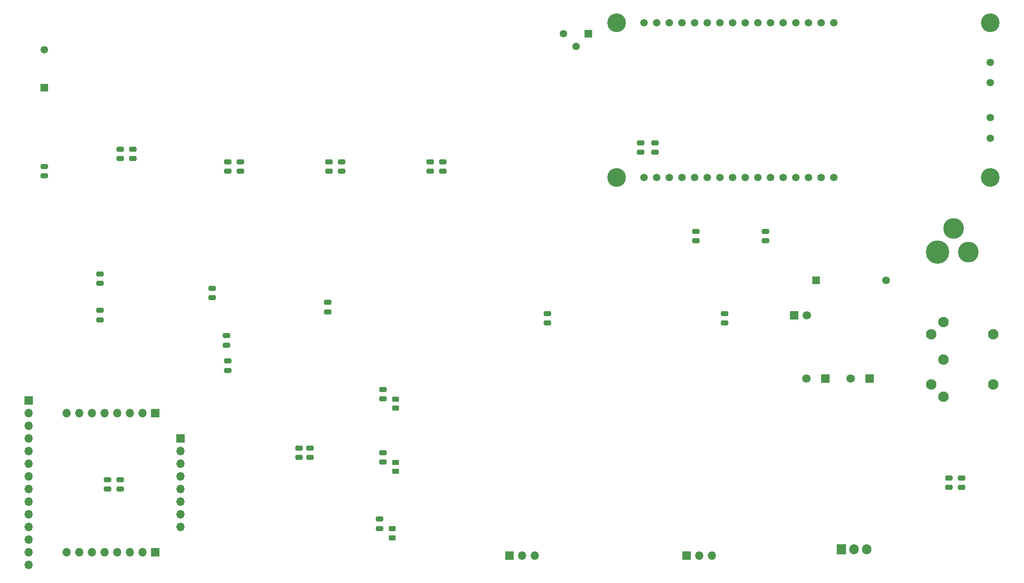
<source format=gbr>
%TF.GenerationSoftware,KiCad,Pcbnew,(6.0.5)*%
%TF.CreationDate,2022-08-05T09:11:19+02:00*%
%TF.ProjectId,Pico Debugger,5069636f-2044-4656-9275-676765722e6b,rev?*%
%TF.SameCoordinates,Original*%
%TF.FileFunction,Soldermask,Bot*%
%TF.FilePolarity,Negative*%
%FSLAX46Y46*%
G04 Gerber Fmt 4.6, Leading zero omitted, Abs format (unit mm)*
G04 Created by KiCad (PCBNEW (6.0.5)) date 2022-08-05 09:11:19*
%MOMM*%
%LPD*%
G01*
G04 APERTURE LIST*
G04 Aperture macros list*
%AMRoundRect*
0 Rectangle with rounded corners*
0 $1 Rounding radius*
0 $2 $3 $4 $5 $6 $7 $8 $9 X,Y pos of 4 corners*
0 Add a 4 corners polygon primitive as box body*
4,1,4,$2,$3,$4,$5,$6,$7,$8,$9,$2,$3,0*
0 Add four circle primitives for the rounded corners*
1,1,$1+$1,$2,$3*
1,1,$1+$1,$4,$5*
1,1,$1+$1,$6,$7*
1,1,$1+$1,$8,$9*
0 Add four rect primitives between the rounded corners*
20,1,$1+$1,$2,$3,$4,$5,0*
20,1,$1+$1,$4,$5,$6,$7,0*
20,1,$1+$1,$6,$7,$8,$9,0*
20,1,$1+$1,$8,$9,$2,$3,0*%
G04 Aperture macros list end*
%ADD10R,1.700000X1.700000*%
%ADD11C,1.700000*%
%ADD12O,1.700000X1.700000*%
%ADD13C,4.700000*%
%ADD14C,4.150000*%
%ADD15C,1.500000*%
%ADD16C,3.750000*%
%ADD17R,1.509000X1.509000*%
%ADD18C,1.509000*%
%ADD19C,2.100000*%
%ADD20R,1.500000X1.500000*%
%ADD21R,1.905000X2.000000*%
%ADD22O,1.905000X2.000000*%
%ADD23R,1.575000X1.575000*%
%ADD24C,1.575000*%
%ADD25RoundRect,0.250000X-0.475000X0.250000X-0.475000X-0.250000X0.475000X-0.250000X0.475000X0.250000X0*%
%ADD26RoundRect,0.250000X0.475000X-0.250000X0.475000X0.250000X-0.475000X0.250000X-0.475000X-0.250000X0*%
%ADD27RoundRect,0.250000X0.450000X-0.262500X0.450000X0.262500X-0.450000X0.262500X-0.450000X-0.262500X0*%
G04 APERTURE END LIST*
D10*
%TO.C,C6*%
X205002651Y-121285000D03*
D11*
X201202651Y-121285000D03*
%TD*%
D10*
%TO.C,J8*%
X70485000Y-128270000D03*
D12*
X67945000Y-128270000D03*
X65405000Y-128270000D03*
X62865000Y-128270000D03*
X60325000Y-128270000D03*
X57785000Y-128270000D03*
X55245000Y-128270000D03*
X52705000Y-128270000D03*
%TD*%
D10*
%TO.C,J6*%
X75565000Y-133350000D03*
D12*
X75565000Y-135890000D03*
X75565000Y-138430000D03*
X75565000Y-140970000D03*
X75565000Y-143510000D03*
X75565000Y-146050000D03*
X75565000Y-148590000D03*
X75565000Y-151130000D03*
%TD*%
D13*
%TO.C,J5*%
X227533200Y-95885000D03*
D14*
X230733200Y-91185000D03*
X233733200Y-95885000D03*
%TD*%
D10*
%TO.C,J1*%
X177180000Y-156845000D03*
D12*
X179720000Y-156845000D03*
X182260000Y-156845000D03*
%TD*%
D15*
%TO.C,DS1*%
X168620000Y-80905000D03*
X171160000Y-80905000D03*
X173700000Y-80905000D03*
X176240000Y-80905000D03*
X178780000Y-80905000D03*
X181320000Y-80905000D03*
X183860000Y-80905000D03*
X186400000Y-80905000D03*
X188940000Y-80905000D03*
X191480000Y-80905000D03*
X194020000Y-80905000D03*
X196560000Y-80905000D03*
X199100000Y-80905000D03*
X201640000Y-80905000D03*
X204180000Y-80905000D03*
X206720000Y-80905000D03*
X168620000Y-49905000D03*
X171160000Y-49905000D03*
X173700000Y-49905000D03*
X176240000Y-49905000D03*
X178780000Y-49905000D03*
X181320000Y-49905000D03*
X183860000Y-49905000D03*
X186400000Y-49905000D03*
X188940000Y-49905000D03*
X191480000Y-49905000D03*
X194020000Y-49905000D03*
X196560000Y-49905000D03*
X199100000Y-49905000D03*
X201640000Y-49905000D03*
X204180000Y-49905000D03*
X206720000Y-49905000D03*
X238120000Y-57785000D03*
X238120000Y-61905000D03*
X238120000Y-68905000D03*
X238120000Y-73025000D03*
D16*
X163120000Y-80905000D03*
X163120000Y-49905000D03*
X238120000Y-49905000D03*
X238120000Y-80905000D03*
%TD*%
D17*
%TO.C,S1*%
X48260000Y-62865000D03*
D18*
X48260000Y-55245000D03*
%TD*%
D10*
%TO.C,LED1*%
X198755000Y-108585000D03*
D11*
X201295000Y-108585000D03*
%TD*%
D10*
%TO.C,C5*%
X213892651Y-121285000D03*
D11*
X210092651Y-121285000D03*
%TD*%
D19*
%TO.C,J4*%
X238760000Y-122475000D03*
X238760000Y-112475000D03*
X228760000Y-124975000D03*
X228760000Y-117475000D03*
X228760000Y-109975000D03*
X226260000Y-122475000D03*
X226260000Y-112475000D03*
%TD*%
D10*
%TO.C,J2*%
X141620000Y-156845000D03*
D12*
X144160000Y-156845000D03*
X146700000Y-156845000D03*
%TD*%
D10*
%TO.C,J7*%
X70485000Y-156210000D03*
D12*
X67945000Y-156210000D03*
X65405000Y-156210000D03*
X62865000Y-156210000D03*
X60325000Y-156210000D03*
X57785000Y-156210000D03*
X55245000Y-156210000D03*
X52705000Y-156210000D03*
%TD*%
D20*
%TO.C,VR1*%
X157480000Y-52070000D03*
D15*
X154980000Y-54570000D03*
X152480000Y-52070000D03*
%TD*%
D10*
%TO.C,J9*%
X45085000Y-125730000D03*
D12*
X45085000Y-128270000D03*
X45085000Y-130810000D03*
X45085000Y-133350000D03*
X45085000Y-135890000D03*
X45085000Y-138430000D03*
X45085000Y-140970000D03*
X45085000Y-143510000D03*
X45085000Y-146050000D03*
X45085000Y-148590000D03*
X45085000Y-151130000D03*
X45085000Y-153670000D03*
X45085000Y-156210000D03*
X45085000Y-158750000D03*
%TD*%
D21*
%TO.C,U1*%
X208280000Y-155575000D03*
D22*
X210820000Y-155575000D03*
X213360000Y-155575000D03*
%TD*%
D23*
%TO.C,D1*%
X203135500Y-101600500D03*
D24*
X217235500Y-101600500D03*
%TD*%
D25*
%TO.C,C12*%
X149225000Y-108286000D03*
X149225000Y-110186000D03*
%TD*%
D26*
%TO.C,C39*%
X115570000Y-151429000D03*
X115570000Y-149529000D03*
%TD*%
D25*
%TO.C,C31*%
X128270000Y-77806000D03*
X128270000Y-79706000D03*
%TD*%
D26*
%TO.C,C16*%
X81915000Y-105074000D03*
X81915000Y-103174000D03*
%TD*%
%TO.C,C10*%
X99377500Y-137155000D03*
X99377500Y-135255000D03*
%TD*%
%TO.C,C15*%
X229870000Y-143174000D03*
X229870000Y-141274000D03*
%TD*%
D27*
%TO.C,R9*%
X118755000Y-139977500D03*
X118755000Y-138152500D03*
%TD*%
D25*
%TO.C,C37*%
X107950000Y-77806000D03*
X107950000Y-79706000D03*
%TD*%
%TO.C,C29*%
X125730000Y-77806000D03*
X125730000Y-79706000D03*
%TD*%
D26*
%TO.C,C14*%
X63500000Y-143505000D03*
X63500000Y-141605000D03*
%TD*%
%TO.C,C22*%
X60960000Y-143505000D03*
X60960000Y-141605000D03*
%TD*%
%TO.C,C19*%
X105092500Y-107931500D03*
X105092500Y-106031500D03*
%TD*%
%TO.C,C27*%
X167945000Y-75864000D03*
X167945000Y-73964000D03*
%TD*%
D25*
%TO.C,C11*%
X184785000Y-108286000D03*
X184785000Y-110186000D03*
%TD*%
D27*
%TO.C,R10*%
X118120000Y-153312500D03*
X118120000Y-151487500D03*
%TD*%
D25*
%TO.C,C33*%
X87630000Y-77806000D03*
X87630000Y-79706000D03*
%TD*%
D26*
%TO.C,C23*%
X84772500Y-114599000D03*
X84772500Y-112699000D03*
%TD*%
D25*
%TO.C,C32*%
X85090000Y-77806000D03*
X85090000Y-79706000D03*
%TD*%
%TO.C,C21*%
X85090000Y-117811000D03*
X85090000Y-119711000D03*
%TD*%
D26*
%TO.C,C30*%
X59372500Y-102216500D03*
X59372500Y-100316500D03*
%TD*%
%TO.C,C13*%
X232410000Y-143174000D03*
X232410000Y-141274000D03*
%TD*%
D25*
%TO.C,C34*%
X63500000Y-75266000D03*
X63500000Y-77166000D03*
%TD*%
D26*
%TO.C,C25*%
X59372500Y-109519000D03*
X59372500Y-107619000D03*
%TD*%
%TO.C,C38*%
X116205000Y-138094000D03*
X116205000Y-136194000D03*
%TD*%
%TO.C,C26*%
X179070000Y-93644000D03*
X179070000Y-91744000D03*
%TD*%
D25*
%TO.C,C36*%
X105410000Y-77806000D03*
X105410000Y-79706000D03*
%TD*%
D27*
%TO.C,R11*%
X118755000Y-127277500D03*
X118755000Y-125452500D03*
%TD*%
D26*
%TO.C,C24*%
X48260000Y-80626500D03*
X48260000Y-78726500D03*
%TD*%
%TO.C,C17*%
X193040000Y-93644000D03*
X193040000Y-91744000D03*
%TD*%
%TO.C,C40*%
X116205000Y-125394000D03*
X116205000Y-123494000D03*
%TD*%
D25*
%TO.C,C35*%
X66040000Y-75266000D03*
X66040000Y-77166000D03*
%TD*%
D26*
%TO.C,C18*%
X101600000Y-137155000D03*
X101600000Y-135255000D03*
%TD*%
%TO.C,C28*%
X170815000Y-75864000D03*
X170815000Y-73964000D03*
%TD*%
M02*

</source>
